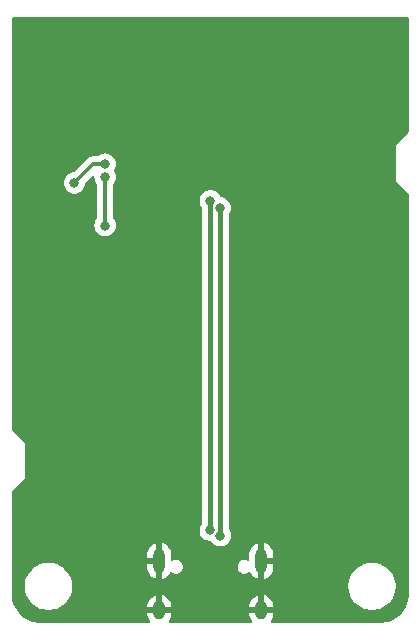
<source format=gbl>
G04 #@! TF.GenerationSoftware,KiCad,Pcbnew,8.0.0-rc2-494-g6bc7bcffef*
G04 #@! TF.CreationDate,2024-03-15T23:56:00+00:00*
G04 #@! TF.ProjectId,Wakeboard,57616b65-626f-4617-9264-2e6b69636164,rev?*
G04 #@! TF.SameCoordinates,Original*
G04 #@! TF.FileFunction,Copper,L2,Bot*
G04 #@! TF.FilePolarity,Positive*
%FSLAX46Y46*%
G04 Gerber Fmt 4.6, Leading zero omitted, Abs format (unit mm)*
G04 Created by KiCad (PCBNEW 8.0.0-rc2-494-g6bc7bcffef) date 2024-03-15 23:56:00*
%MOMM*%
%LPD*%
G01*
G04 APERTURE LIST*
G04 #@! TA.AperFunction,ComponentPad*
%ADD10O,1.000000X2.100000*%
G04 #@! TD*
G04 #@! TA.AperFunction,ComponentPad*
%ADD11O,1.000000X1.600000*%
G04 #@! TD*
G04 #@! TA.AperFunction,ViaPad*
%ADD12C,0.800000*%
G04 #@! TD*
G04 #@! TA.AperFunction,Conductor*
%ADD13C,0.400000*%
G04 #@! TD*
G04 #@! TA.AperFunction,Conductor*
%ADD14C,0.300000*%
G04 #@! TD*
G04 APERTURE END LIST*
D10*
X123180000Y-94890000D03*
D11*
X123180000Y-99070000D03*
D10*
X131820000Y-94890000D03*
D11*
X131820000Y-99070000D03*
D12*
X128350000Y-92750000D03*
X127500000Y-92300000D03*
X127500000Y-64400000D03*
X136800000Y-91800000D03*
X124600000Y-54800000D03*
X140400000Y-52600000D03*
X138100000Y-69500000D03*
X116600000Y-69700000D03*
X130500000Y-90650000D03*
X140400000Y-85700000D03*
X119200000Y-76900000D03*
X119200000Y-78800000D03*
X125300000Y-76700000D03*
X119300000Y-86600000D03*
X118600000Y-61300000D03*
X116000000Y-62900000D03*
X118600000Y-62400000D03*
X118600000Y-66500000D03*
X128349755Y-64999998D03*
X115448000Y-61093000D03*
X133473400Y-51825000D03*
X131900000Y-75850000D03*
X118200000Y-91800000D03*
X124400000Y-70200000D03*
X134210794Y-77282498D03*
X134500000Y-64346500D03*
X130200000Y-82850000D03*
X129683228Y-66562164D03*
X115448000Y-54519800D03*
X125300000Y-75034188D03*
X130900000Y-73050000D03*
X120700000Y-65000000D03*
X119464900Y-50350000D03*
X125300000Y-78350000D03*
X130353800Y-58202100D03*
D13*
X128349755Y-92749755D02*
X128350000Y-92750000D01*
X128349755Y-64999998D02*
X128349755Y-92749755D01*
X127500000Y-92300000D02*
X127500000Y-64400000D01*
D14*
X117600000Y-61300000D02*
X118600000Y-61300000D01*
X116000000Y-62900000D02*
X117600000Y-61300000D01*
X118600000Y-66500000D02*
X118600000Y-62400000D01*
G04 #@! TA.AperFunction,Conductor*
G36*
X144243039Y-48869685D02*
G01*
X144288794Y-48922489D01*
X144300000Y-48974000D01*
X144300000Y-58548638D01*
X144280315Y-58615677D01*
X144263681Y-58636319D01*
X143200000Y-59699999D01*
X143200000Y-62700000D01*
X144263681Y-63763681D01*
X144297166Y-63825004D01*
X144300000Y-63851362D01*
X144300000Y-97749012D01*
X144299983Y-97751039D01*
X144297547Y-97900024D01*
X144296503Y-97914182D01*
X144257471Y-98210659D01*
X144254307Y-98226566D01*
X144248004Y-98250092D01*
X144177174Y-98514432D01*
X144171960Y-98529791D01*
X144057913Y-98805124D01*
X144050739Y-98819671D01*
X143901731Y-99077760D01*
X143892720Y-99091246D01*
X143711298Y-99327681D01*
X143700603Y-99339876D01*
X143489876Y-99550603D01*
X143477681Y-99561298D01*
X143241246Y-99742720D01*
X143227760Y-99751731D01*
X142969671Y-99900739D01*
X142955124Y-99907913D01*
X142679791Y-100021960D01*
X142664432Y-100027174D01*
X142376568Y-100104307D01*
X142360659Y-100107471D01*
X142064182Y-100146503D01*
X142050024Y-100147547D01*
X141901040Y-100149983D01*
X141899013Y-100150000D01*
X132733499Y-100150000D01*
X132666460Y-100130315D01*
X132620705Y-100077511D01*
X132610761Y-100008353D01*
X132630397Y-99957109D01*
X132706185Y-99843684D01*
X132706192Y-99843671D01*
X132781569Y-99661693D01*
X132781572Y-99661681D01*
X132819999Y-99468495D01*
X132820000Y-99468492D01*
X132820000Y-99320000D01*
X132120000Y-99320000D01*
X132120000Y-98820000D01*
X132820000Y-98820000D01*
X132820000Y-98671508D01*
X132819999Y-98671504D01*
X132781572Y-98478318D01*
X132781569Y-98478306D01*
X132706192Y-98296328D01*
X132706185Y-98296315D01*
X132596751Y-98132537D01*
X132596748Y-98132533D01*
X132457466Y-97993251D01*
X132457462Y-97993248D01*
X132293684Y-97883814D01*
X132293671Y-97883807D01*
X132111691Y-97808429D01*
X132111683Y-97808427D01*
X132070000Y-97800135D01*
X132070000Y-98603011D01*
X132060060Y-98585795D01*
X132004205Y-98529940D01*
X131935796Y-98490444D01*
X131859496Y-98470000D01*
X131780504Y-98470000D01*
X131704204Y-98490444D01*
X131635795Y-98529940D01*
X131579940Y-98585795D01*
X131570000Y-98603011D01*
X131570000Y-97800136D01*
X131569999Y-97800135D01*
X131528316Y-97808427D01*
X131528308Y-97808429D01*
X131346328Y-97883807D01*
X131346315Y-97883814D01*
X131182537Y-97993248D01*
X131182533Y-97993251D01*
X131043251Y-98132533D01*
X131043248Y-98132537D01*
X130933814Y-98296315D01*
X130933807Y-98296328D01*
X130858430Y-98478306D01*
X130858427Y-98478318D01*
X130820000Y-98671504D01*
X130820000Y-98820000D01*
X131520000Y-98820000D01*
X131520000Y-99320000D01*
X130820000Y-99320000D01*
X130820000Y-99468495D01*
X130858427Y-99661681D01*
X130858430Y-99661693D01*
X130933807Y-99843671D01*
X130933814Y-99843684D01*
X131009603Y-99957109D01*
X131030481Y-100023786D01*
X131011997Y-100091167D01*
X130960018Y-100137857D01*
X130906501Y-100150000D01*
X124093499Y-100150000D01*
X124026460Y-100130315D01*
X123980705Y-100077511D01*
X123970761Y-100008353D01*
X123990397Y-99957109D01*
X124066185Y-99843684D01*
X124066192Y-99843671D01*
X124141569Y-99661693D01*
X124141572Y-99661681D01*
X124179999Y-99468495D01*
X124180000Y-99468492D01*
X124180000Y-99320000D01*
X123480000Y-99320000D01*
X123480000Y-98820000D01*
X124180000Y-98820000D01*
X124180000Y-98671508D01*
X124179999Y-98671504D01*
X124141572Y-98478318D01*
X124141569Y-98478306D01*
X124066192Y-98296328D01*
X124066185Y-98296315D01*
X123956751Y-98132537D01*
X123956748Y-98132533D01*
X123817466Y-97993251D01*
X123817462Y-97993248D01*
X123653684Y-97883814D01*
X123653671Y-97883807D01*
X123471691Y-97808429D01*
X123471683Y-97808427D01*
X123430000Y-97800135D01*
X123430000Y-98603011D01*
X123420060Y-98585795D01*
X123364205Y-98529940D01*
X123295796Y-98490444D01*
X123219496Y-98470000D01*
X123140504Y-98470000D01*
X123064204Y-98490444D01*
X122995795Y-98529940D01*
X122939940Y-98585795D01*
X122930000Y-98603011D01*
X122930000Y-97800136D01*
X122929999Y-97800135D01*
X122888316Y-97808427D01*
X122888308Y-97808429D01*
X122706328Y-97883807D01*
X122706315Y-97883814D01*
X122542537Y-97993248D01*
X122542533Y-97993251D01*
X122403251Y-98132533D01*
X122403248Y-98132537D01*
X122293814Y-98296315D01*
X122293807Y-98296328D01*
X122218430Y-98478306D01*
X122218427Y-98478318D01*
X122180000Y-98671504D01*
X122180000Y-98820000D01*
X122880000Y-98820000D01*
X122880000Y-99320000D01*
X122180000Y-99320000D01*
X122180000Y-99468495D01*
X122218427Y-99661681D01*
X122218430Y-99661693D01*
X122293807Y-99843671D01*
X122293814Y-99843684D01*
X122369603Y-99957109D01*
X122390481Y-100023786D01*
X122371997Y-100091167D01*
X122320018Y-100137857D01*
X122266501Y-100150000D01*
X113100987Y-100150000D01*
X113098960Y-100149983D01*
X112949975Y-100147547D01*
X112935817Y-100146503D01*
X112639340Y-100107471D01*
X112623436Y-100104308D01*
X112335567Y-100027174D01*
X112320208Y-100021960D01*
X112044875Y-99907913D01*
X112030328Y-99900739D01*
X111772239Y-99751731D01*
X111758753Y-99742720D01*
X111522318Y-99561298D01*
X111510123Y-99550603D01*
X111299396Y-99339876D01*
X111288701Y-99327681D01*
X111107279Y-99091246D01*
X111098268Y-99077760D01*
X110949260Y-98819671D01*
X110942086Y-98805124D01*
X110828039Y-98529791D01*
X110822827Y-98514440D01*
X110745688Y-98226551D01*
X110742530Y-98210671D01*
X110703495Y-97914171D01*
X110702452Y-97900035D01*
X110700017Y-97751038D01*
X110700000Y-97749012D01*
X110700000Y-97192861D01*
X111802546Y-97192861D01*
X111843207Y-97475674D01*
X111923706Y-97749829D01*
X112042391Y-98009713D01*
X112042400Y-98009729D01*
X112196870Y-98250088D01*
X112383978Y-98466023D01*
X112599913Y-98653131D01*
X112840272Y-98807601D01*
X112840288Y-98807610D01*
X113100172Y-98926295D01*
X113100176Y-98926296D01*
X113100178Y-98926297D01*
X113374326Y-99006794D01*
X113657139Y-99047456D01*
X113942858Y-99047456D01*
X113942861Y-99047456D01*
X114225674Y-99006794D01*
X114499822Y-98926297D01*
X114499825Y-98926295D01*
X114499827Y-98926295D01*
X114759711Y-98807610D01*
X114759715Y-98807607D01*
X114759723Y-98807604D01*
X115000087Y-98653131D01*
X115216021Y-98466023D01*
X115403129Y-98250089D01*
X115557602Y-98009725D01*
X115557605Y-98009717D01*
X115557608Y-98009713D01*
X115676293Y-97749829D01*
X115676294Y-97749826D01*
X115676295Y-97749824D01*
X115756792Y-97475676D01*
X115797454Y-97192863D01*
X115797454Y-97192861D01*
X139202548Y-97192861D01*
X139223108Y-97335865D01*
X139243209Y-97475669D01*
X139243211Y-97475679D01*
X139323708Y-97749826D01*
X139442393Y-98009710D01*
X139442402Y-98009726D01*
X139596872Y-98250085D01*
X139596878Y-98250092D01*
X139783978Y-98466019D01*
X139783980Y-98466021D01*
X139999907Y-98653121D01*
X139999914Y-98653127D01*
X140240273Y-98807597D01*
X140240289Y-98807606D01*
X140500173Y-98926291D01*
X140500177Y-98926292D01*
X140500179Y-98926293D01*
X140774326Y-99006790D01*
X141057139Y-99047452D01*
X141342858Y-99047452D01*
X141342861Y-99047452D01*
X141625674Y-99006790D01*
X141899821Y-98926293D01*
X141899824Y-98926291D01*
X141899826Y-98926291D01*
X142159710Y-98807606D01*
X142159714Y-98807603D01*
X142159722Y-98807600D01*
X142400086Y-98653127D01*
X142616020Y-98466020D01*
X142803127Y-98250086D01*
X142957600Y-98009722D01*
X142957604Y-98009713D01*
X142957606Y-98009710D01*
X143076291Y-97749826D01*
X143076291Y-97749824D01*
X143076293Y-97749821D01*
X143156790Y-97475674D01*
X143197452Y-97192861D01*
X143200000Y-97050000D01*
X143197452Y-96907139D01*
X143156790Y-96624326D01*
X143076293Y-96350179D01*
X143076291Y-96350174D01*
X143076291Y-96350173D01*
X142957606Y-96090289D01*
X142957597Y-96090273D01*
X142803127Y-95849914D01*
X142803121Y-95849907D01*
X142616021Y-95633980D01*
X142616019Y-95633978D01*
X142400092Y-95446878D01*
X142400085Y-95446872D01*
X142159726Y-95292402D01*
X142159710Y-95292393D01*
X141899826Y-95173708D01*
X141625679Y-95093211D01*
X141625669Y-95093209D01*
X141485865Y-95073108D01*
X141342861Y-95052548D01*
X141342859Y-95052548D01*
X141057140Y-95052548D01*
X141057139Y-95052548D01*
X140985636Y-95062828D01*
X140774330Y-95093209D01*
X140774320Y-95093211D01*
X140500173Y-95173708D01*
X140240289Y-95292393D01*
X140240273Y-95292402D01*
X139999914Y-95446872D01*
X139999907Y-95446878D01*
X139783980Y-95633978D01*
X139783978Y-95633980D01*
X139596878Y-95849907D01*
X139596872Y-95849914D01*
X139442402Y-96090273D01*
X139442393Y-96090289D01*
X139323708Y-96350173D01*
X139243211Y-96624320D01*
X139243210Y-96624329D01*
X139202548Y-96907139D01*
X139202548Y-97192861D01*
X115797454Y-97192861D01*
X115797746Y-97176480D01*
X115800003Y-97050000D01*
X115797454Y-96907147D01*
X115797454Y-96907144D01*
X115797453Y-96907140D01*
X115756792Y-96624328D01*
X115676295Y-96350180D01*
X115676294Y-96350178D01*
X115676293Y-96350174D01*
X115557608Y-96090290D01*
X115557599Y-96090274D01*
X115403129Y-95849915D01*
X115216021Y-95633980D01*
X115105825Y-95538495D01*
X122180000Y-95538495D01*
X122218427Y-95731681D01*
X122218430Y-95731693D01*
X122293807Y-95913671D01*
X122293814Y-95913684D01*
X122403248Y-96077462D01*
X122403251Y-96077466D01*
X122542533Y-96216748D01*
X122542537Y-96216751D01*
X122706315Y-96326185D01*
X122706328Y-96326192D01*
X122888308Y-96401569D01*
X122930000Y-96409862D01*
X122930000Y-95606988D01*
X122939940Y-95624205D01*
X122995795Y-95680060D01*
X123064204Y-95719556D01*
X123140504Y-95740000D01*
X123219496Y-95740000D01*
X123295796Y-95719556D01*
X123364205Y-95680060D01*
X123420060Y-95624205D01*
X123430000Y-95606988D01*
X123430000Y-96409862D01*
X123471690Y-96401569D01*
X123471692Y-96401569D01*
X123653671Y-96326192D01*
X123653684Y-96326185D01*
X123817462Y-96216751D01*
X123817466Y-96216748D01*
X123956748Y-96077466D01*
X123956751Y-96077462D01*
X124066185Y-95913684D01*
X124066186Y-95913682D01*
X124070129Y-95904163D01*
X124113968Y-95849757D01*
X124180261Y-95827689D01*
X124247961Y-95844965D01*
X124253400Y-95848647D01*
X124256634Y-95850514D01*
X124256635Y-95850515D01*
X124387865Y-95926281D01*
X124534234Y-95965500D01*
X124534236Y-95965500D01*
X124685764Y-95965500D01*
X124685766Y-95965500D01*
X124832135Y-95926281D01*
X124963365Y-95850515D01*
X125070515Y-95743365D01*
X125146281Y-95612135D01*
X125185500Y-95465766D01*
X125185500Y-95465765D01*
X129814500Y-95465765D01*
X129853719Y-95612136D01*
X129866330Y-95633978D01*
X129929485Y-95743365D01*
X130036635Y-95850515D01*
X130167865Y-95926281D01*
X130314234Y-95965500D01*
X130314236Y-95965500D01*
X130465764Y-95965500D01*
X130465766Y-95965500D01*
X130612135Y-95926281D01*
X130743365Y-95850515D01*
X130743366Y-95850513D01*
X130750403Y-95846451D01*
X130751676Y-95848656D01*
X130804956Y-95828043D01*
X130873405Y-95842063D01*
X130923407Y-95890864D01*
X130929867Y-95904157D01*
X130933809Y-95913674D01*
X130933814Y-95913684D01*
X131043248Y-96077462D01*
X131043251Y-96077466D01*
X131182533Y-96216748D01*
X131182537Y-96216751D01*
X131346315Y-96326185D01*
X131346328Y-96326192D01*
X131528308Y-96401569D01*
X131570000Y-96409862D01*
X131570000Y-95606988D01*
X131579940Y-95624205D01*
X131635795Y-95680060D01*
X131704204Y-95719556D01*
X131780504Y-95740000D01*
X131859496Y-95740000D01*
X131935796Y-95719556D01*
X132004205Y-95680060D01*
X132060060Y-95624205D01*
X132070000Y-95606988D01*
X132070000Y-96409862D01*
X132111690Y-96401569D01*
X132111692Y-96401569D01*
X132293671Y-96326192D01*
X132293684Y-96326185D01*
X132457462Y-96216751D01*
X132457466Y-96216748D01*
X132596748Y-96077466D01*
X132596751Y-96077462D01*
X132706185Y-95913684D01*
X132706192Y-95913671D01*
X132781569Y-95731693D01*
X132781572Y-95731681D01*
X132819999Y-95538495D01*
X132820000Y-95538492D01*
X132820000Y-95140000D01*
X132120000Y-95140000D01*
X132120000Y-94640000D01*
X132820000Y-94640000D01*
X132820000Y-94241508D01*
X132819999Y-94241504D01*
X132781572Y-94048318D01*
X132781569Y-94048306D01*
X132706192Y-93866328D01*
X132706185Y-93866315D01*
X132596751Y-93702537D01*
X132596748Y-93702533D01*
X132457466Y-93563251D01*
X132457462Y-93563248D01*
X132293684Y-93453814D01*
X132293671Y-93453807D01*
X132111691Y-93378429D01*
X132111683Y-93378427D01*
X132070000Y-93370135D01*
X132070000Y-94173011D01*
X132060060Y-94155795D01*
X132004205Y-94099940D01*
X131935796Y-94060444D01*
X131859496Y-94040000D01*
X131780504Y-94040000D01*
X131704204Y-94060444D01*
X131635795Y-94099940D01*
X131579940Y-94155795D01*
X131570000Y-94173011D01*
X131570000Y-93370136D01*
X131569999Y-93370135D01*
X131528316Y-93378427D01*
X131528308Y-93378429D01*
X131346328Y-93453807D01*
X131346315Y-93453814D01*
X131182537Y-93563248D01*
X131182533Y-93563251D01*
X131043251Y-93702533D01*
X131043248Y-93702537D01*
X130933814Y-93866315D01*
X130933807Y-93866328D01*
X130858430Y-94048306D01*
X130858427Y-94048318D01*
X130820000Y-94241504D01*
X130820000Y-94758955D01*
X130800315Y-94825994D01*
X130747511Y-94871749D01*
X130678353Y-94881693D01*
X130634000Y-94866342D01*
X130612138Y-94853720D01*
X130612135Y-94853719D01*
X130465766Y-94814500D01*
X130314234Y-94814500D01*
X130167863Y-94853719D01*
X130036635Y-94929485D01*
X130036632Y-94929487D01*
X129929487Y-95036632D01*
X129929485Y-95036635D01*
X129853719Y-95167863D01*
X129814500Y-95314234D01*
X129814500Y-95465765D01*
X125185500Y-95465765D01*
X125185500Y-95314234D01*
X125146281Y-95167865D01*
X125070515Y-95036635D01*
X124963365Y-94929485D01*
X124853999Y-94866342D01*
X124832136Y-94853719D01*
X124758950Y-94834109D01*
X124685766Y-94814500D01*
X124534234Y-94814500D01*
X124387865Y-94853719D01*
X124387864Y-94853719D01*
X124387862Y-94853720D01*
X124387861Y-94853720D01*
X124366000Y-94866342D01*
X124298099Y-94882815D01*
X124232073Y-94859962D01*
X124188882Y-94805041D01*
X124180000Y-94758955D01*
X124180000Y-94241508D01*
X124179999Y-94241504D01*
X124141572Y-94048318D01*
X124141569Y-94048306D01*
X124066192Y-93866328D01*
X124066185Y-93866315D01*
X123956751Y-93702537D01*
X123956748Y-93702533D01*
X123817466Y-93563251D01*
X123817462Y-93563248D01*
X123653684Y-93453814D01*
X123653671Y-93453807D01*
X123471691Y-93378429D01*
X123471683Y-93378427D01*
X123430000Y-93370135D01*
X123430000Y-94173011D01*
X123420060Y-94155795D01*
X123364205Y-94099940D01*
X123295796Y-94060444D01*
X123219496Y-94040000D01*
X123140504Y-94040000D01*
X123064204Y-94060444D01*
X122995795Y-94099940D01*
X122939940Y-94155795D01*
X122930000Y-94173011D01*
X122930000Y-93370136D01*
X122929999Y-93370135D01*
X122888316Y-93378427D01*
X122888308Y-93378429D01*
X122706328Y-93453807D01*
X122706315Y-93453814D01*
X122542537Y-93563248D01*
X122542533Y-93563251D01*
X122403251Y-93702533D01*
X122403248Y-93702537D01*
X122293814Y-93866315D01*
X122293807Y-93866328D01*
X122218430Y-94048306D01*
X122218427Y-94048318D01*
X122180000Y-94241504D01*
X122180000Y-94640000D01*
X122880000Y-94640000D01*
X122880000Y-95140000D01*
X122180000Y-95140000D01*
X122180000Y-95538495D01*
X115105825Y-95538495D01*
X115000086Y-95446872D01*
X114759727Y-95292402D01*
X114759711Y-95292393D01*
X114499827Y-95173708D01*
X114225672Y-95093209D01*
X114024183Y-95064240D01*
X113942861Y-95052548D01*
X113942859Y-95052548D01*
X113657140Y-95052548D01*
X113657139Y-95052548D01*
X113616478Y-95058394D01*
X113374327Y-95093209D01*
X113100172Y-95173708D01*
X112840288Y-95292393D01*
X112840272Y-95292402D01*
X112599913Y-95446872D01*
X112383978Y-95633980D01*
X112196870Y-95849915D01*
X112042400Y-96090274D01*
X112042391Y-96090290D01*
X111923706Y-96350174D01*
X111843207Y-96624329D01*
X111802546Y-96907142D01*
X111802546Y-97192861D01*
X110700000Y-97192861D01*
X110700000Y-92300000D01*
X126594540Y-92300000D01*
X126614326Y-92488256D01*
X126614327Y-92488259D01*
X126672818Y-92668277D01*
X126672821Y-92668284D01*
X126767467Y-92832216D01*
X126862946Y-92938256D01*
X126894129Y-92972888D01*
X127047265Y-93084148D01*
X127047270Y-93084151D01*
X127220192Y-93161142D01*
X127220197Y-93161144D01*
X127405354Y-93200500D01*
X127498697Y-93200500D01*
X127565736Y-93220185D01*
X127606083Y-93262499D01*
X127617466Y-93282214D01*
X127617467Y-93282216D01*
X127744129Y-93422888D01*
X127897265Y-93534148D01*
X127897270Y-93534151D01*
X128070192Y-93611142D01*
X128070197Y-93611144D01*
X128255354Y-93650500D01*
X128255355Y-93650500D01*
X128444644Y-93650500D01*
X128444646Y-93650500D01*
X128629803Y-93611144D01*
X128802730Y-93534151D01*
X128955871Y-93422888D01*
X129082533Y-93282216D01*
X129177179Y-93118284D01*
X129235674Y-92938256D01*
X129255460Y-92750000D01*
X129235674Y-92561744D01*
X129177179Y-92381716D01*
X129082533Y-92217784D01*
X129082100Y-92217303D01*
X129081937Y-92216965D01*
X129078714Y-92212528D01*
X129079525Y-92211938D01*
X129051874Y-92154310D01*
X129050255Y-92134336D01*
X129050255Y-65615389D01*
X129069940Y-65548350D01*
X129082107Y-65532415D01*
X129082288Y-65532214D01*
X129176934Y-65368282D01*
X129235429Y-65188254D01*
X129255215Y-64999998D01*
X129235429Y-64811742D01*
X129176934Y-64631714D01*
X129082288Y-64467782D01*
X128955626Y-64327110D01*
X128955625Y-64327109D01*
X128802489Y-64215849D01*
X128802484Y-64215846D01*
X128629562Y-64138855D01*
X128629557Y-64138853D01*
X128483756Y-64107863D01*
X128444401Y-64099498D01*
X128444400Y-64099498D01*
X128437884Y-64099498D01*
X128370845Y-64079813D01*
X128332839Y-64035951D01*
X128330428Y-64037344D01*
X128327178Y-64031715D01*
X128232533Y-63867784D01*
X128105871Y-63727112D01*
X128105870Y-63727111D01*
X127952734Y-63615851D01*
X127952729Y-63615848D01*
X127779807Y-63538857D01*
X127779802Y-63538855D01*
X127634001Y-63507865D01*
X127594646Y-63499500D01*
X127405354Y-63499500D01*
X127372897Y-63506398D01*
X127220197Y-63538855D01*
X127220192Y-63538857D01*
X127047270Y-63615848D01*
X127047265Y-63615851D01*
X126894129Y-63727111D01*
X126767466Y-63867785D01*
X126672821Y-64031715D01*
X126672818Y-64031722D01*
X126638009Y-64138855D01*
X126614326Y-64211744D01*
X126594540Y-64400000D01*
X126614326Y-64588256D01*
X126614327Y-64588259D01*
X126672818Y-64768277D01*
X126672821Y-64768284D01*
X126767466Y-64932215D01*
X126767648Y-64932417D01*
X126767716Y-64932559D01*
X126771285Y-64937471D01*
X126770386Y-64938123D01*
X126797879Y-64995408D01*
X126799500Y-65015391D01*
X126799500Y-91684608D01*
X126779815Y-91751647D01*
X126767656Y-91767574D01*
X126767468Y-91767782D01*
X126767464Y-91767787D01*
X126672821Y-91931715D01*
X126672818Y-91931722D01*
X126614327Y-92111740D01*
X126614326Y-92111744D01*
X126594540Y-92300000D01*
X110700000Y-92300000D01*
X110700000Y-89101362D01*
X110719685Y-89034323D01*
X110736319Y-89013681D01*
X111800000Y-87950000D01*
X111800000Y-84950000D01*
X110736314Y-83886314D01*
X110702829Y-83824991D01*
X110699995Y-83798652D01*
X110698355Y-62900000D01*
X115094540Y-62900000D01*
X115114326Y-63088256D01*
X115114327Y-63088259D01*
X115172818Y-63268277D01*
X115172821Y-63268284D01*
X115267467Y-63432216D01*
X115363487Y-63538857D01*
X115394129Y-63572888D01*
X115547265Y-63684148D01*
X115547270Y-63684151D01*
X115720192Y-63761142D01*
X115720197Y-63761144D01*
X115905354Y-63800500D01*
X115905355Y-63800500D01*
X116094644Y-63800500D01*
X116094646Y-63800500D01*
X116279803Y-63761144D01*
X116452730Y-63684151D01*
X116605871Y-63572888D01*
X116732533Y-63432216D01*
X116827179Y-63268284D01*
X116885674Y-63088256D01*
X116899168Y-62959855D01*
X116925752Y-62895242D01*
X116934799Y-62885145D01*
X117484598Y-62335346D01*
X117545919Y-62301863D01*
X117615611Y-62306847D01*
X117671544Y-62348719D01*
X117695598Y-62410067D01*
X117714326Y-62588256D01*
X117714327Y-62588259D01*
X117772818Y-62768277D01*
X117772821Y-62768284D01*
X117867466Y-62932215D01*
X117917649Y-62987948D01*
X117947880Y-63050940D01*
X117949500Y-63070921D01*
X117949500Y-65829078D01*
X117929815Y-65896117D01*
X117917650Y-65912050D01*
X117867466Y-65967785D01*
X117772821Y-66131715D01*
X117772818Y-66131722D01*
X117714327Y-66311740D01*
X117714326Y-66311744D01*
X117694540Y-66500000D01*
X117714326Y-66688256D01*
X117714327Y-66688259D01*
X117772818Y-66868277D01*
X117772821Y-66868284D01*
X117867467Y-67032216D01*
X117994129Y-67172888D01*
X118147265Y-67284148D01*
X118147270Y-67284151D01*
X118320192Y-67361142D01*
X118320197Y-67361144D01*
X118505354Y-67400500D01*
X118505355Y-67400500D01*
X118694644Y-67400500D01*
X118694646Y-67400500D01*
X118879803Y-67361144D01*
X119052730Y-67284151D01*
X119205871Y-67172888D01*
X119332533Y-67032216D01*
X119427179Y-66868284D01*
X119485674Y-66688256D01*
X119505460Y-66500000D01*
X119485674Y-66311744D01*
X119427179Y-66131716D01*
X119332533Y-65967784D01*
X119282350Y-65912050D01*
X119252120Y-65849058D01*
X119250500Y-65829078D01*
X119250500Y-63070921D01*
X119270185Y-63003882D01*
X119282351Y-62987948D01*
X119332533Y-62932216D01*
X119427179Y-62768284D01*
X119485674Y-62588256D01*
X119505460Y-62400000D01*
X119485674Y-62211744D01*
X119427179Y-62031716D01*
X119358060Y-61911999D01*
X119341588Y-61844100D01*
X119358061Y-61788000D01*
X119427179Y-61668284D01*
X119485674Y-61488256D01*
X119505460Y-61300000D01*
X119485674Y-61111744D01*
X119427179Y-60931716D01*
X119332533Y-60767784D01*
X119205871Y-60627112D01*
X119204090Y-60625818D01*
X119052734Y-60515851D01*
X119052729Y-60515848D01*
X118879807Y-60438857D01*
X118879802Y-60438855D01*
X118734001Y-60407865D01*
X118694646Y-60399500D01*
X118505354Y-60399500D01*
X118472897Y-60406398D01*
X118320197Y-60438855D01*
X118320192Y-60438857D01*
X118147270Y-60515848D01*
X118147265Y-60515851D01*
X117995910Y-60625818D01*
X117930104Y-60649298D01*
X117923025Y-60649500D01*
X117535929Y-60649500D01*
X117410261Y-60674497D01*
X117410255Y-60674499D01*
X117302179Y-60719266D01*
X117302178Y-60719266D01*
X117291876Y-60723532D01*
X117185326Y-60794726D01*
X117185325Y-60794727D01*
X116016873Y-61963181D01*
X115955550Y-61996666D01*
X115929192Y-61999500D01*
X115905354Y-61999500D01*
X115872897Y-62006398D01*
X115720197Y-62038855D01*
X115720192Y-62038857D01*
X115547270Y-62115848D01*
X115547265Y-62115851D01*
X115394129Y-62227111D01*
X115267466Y-62367785D01*
X115172821Y-62531715D01*
X115172818Y-62531722D01*
X115118142Y-62700000D01*
X115114326Y-62711744D01*
X115094540Y-62900000D01*
X110698355Y-62900000D01*
X110697263Y-48974010D01*
X110716942Y-48906969D01*
X110769743Y-48861210D01*
X110821263Y-48850000D01*
X144176000Y-48850000D01*
X144243039Y-48869685D01*
G37*
G04 #@! TD.AperFunction*
M02*

</source>
